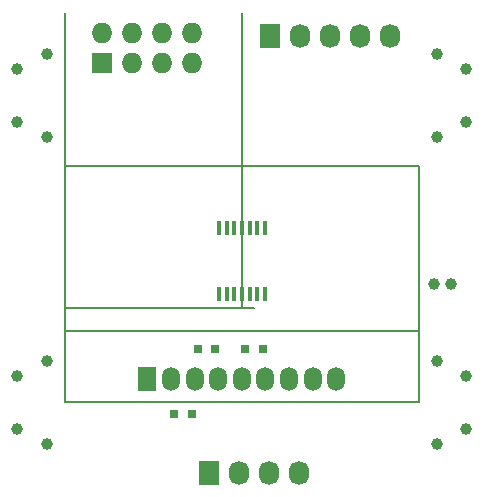
<source format=gts>
G04 #@! TF.FileFunction,Soldermask,Top*
%FSLAX46Y46*%
G04 Gerber Fmt 4.6, Leading zero omitted, Abs format (unit mm)*
G04 Created by KiCad (PCBNEW (2014-11-17 BZR 5289)-product) date Thu 22 Jan 2015 10:16:19 AM EST*
%MOMM*%
G01*
G04 APERTURE LIST*
%ADD10C,0.100000*%
%ADD11C,0.200000*%
%ADD12R,0.800000X0.750000*%
%ADD13R,1.727200X2.032000*%
%ADD14O,1.727200X2.032000*%
%ADD15R,1.727200X1.727200*%
%ADD16O,1.727200X1.727200*%
%ADD17C,1.000000*%
%ADD18R,0.299720X1.300480*%
%ADD19C,1.000760*%
%ADD20R,1.500000X2.032000*%
%ADD21O,1.500000X2.032000*%
G04 APERTURE END LIST*
D10*
D11*
X219000000Y-137000000D02*
X208000000Y-137000000D01*
X218000000Y-112000000D02*
X218000000Y-137000000D01*
X203000000Y-137000000D02*
X208000000Y-137000000D01*
X203000000Y-112000000D02*
X203000000Y-137000000D01*
X233000000Y-139000000D02*
X203000000Y-139000000D01*
X203000000Y-125000000D02*
X203000000Y-145000000D01*
X233000000Y-125000000D02*
X203000000Y-125000000D01*
X233000000Y-145000000D02*
X233000000Y-125000000D01*
X203000000Y-145000000D02*
X233000000Y-145000000D01*
D12*
X212250000Y-146000000D03*
X213750000Y-146000000D03*
X215750000Y-140500000D03*
X214250000Y-140500000D03*
X219750000Y-140500000D03*
X218250000Y-140500000D03*
D13*
X220420000Y-114000000D03*
D14*
X222960000Y-114000000D03*
X225500000Y-114000000D03*
X228040000Y-114000000D03*
X230580000Y-114000000D03*
D15*
X206190000Y-116270000D03*
D16*
X206190000Y-113730000D03*
X208730000Y-116270000D03*
X208730000Y-113730000D03*
X211270000Y-116270000D03*
X211270000Y-113730000D03*
X213810000Y-116270000D03*
X213810000Y-113730000D03*
D13*
X215190000Y-151000000D03*
D14*
X217730000Y-151000000D03*
X220270000Y-151000000D03*
X222810000Y-151000000D03*
D17*
X199000000Y-147250000D03*
X199000000Y-142750000D03*
X201500000Y-148500000D03*
X201500000Y-141500000D03*
X199000000Y-121250000D03*
X199000000Y-116750000D03*
X201500000Y-122500000D03*
X201500000Y-115500000D03*
X237000000Y-116750000D03*
X237000000Y-121250000D03*
X234500000Y-115500000D03*
X234500000Y-122500000D03*
X237000000Y-142750000D03*
X237000000Y-147250000D03*
X234500000Y-141500000D03*
X234500000Y-148500000D03*
D18*
X216069600Y-135794000D03*
X216704600Y-135794000D03*
X217365000Y-135794000D03*
X218000000Y-135794000D03*
X218660400Y-135794000D03*
X219308100Y-135794000D03*
X219955800Y-135794000D03*
X219955800Y-130206000D03*
X219308100Y-130206000D03*
X218660400Y-130206000D03*
X218000000Y-130206000D03*
X217352300Y-130206000D03*
X216704600Y-130206000D03*
X216056900Y-130206000D03*
D19*
X234250700Y-135000000D03*
X235749300Y-135000000D03*
D20*
X210000000Y-143000000D03*
D21*
X212000000Y-143000000D03*
X214000000Y-143000000D03*
X216000000Y-143000000D03*
X218000000Y-143000000D03*
X220000000Y-143000000D03*
X222000000Y-143000000D03*
X224000000Y-143000000D03*
X226000000Y-143000000D03*
M02*

</source>
